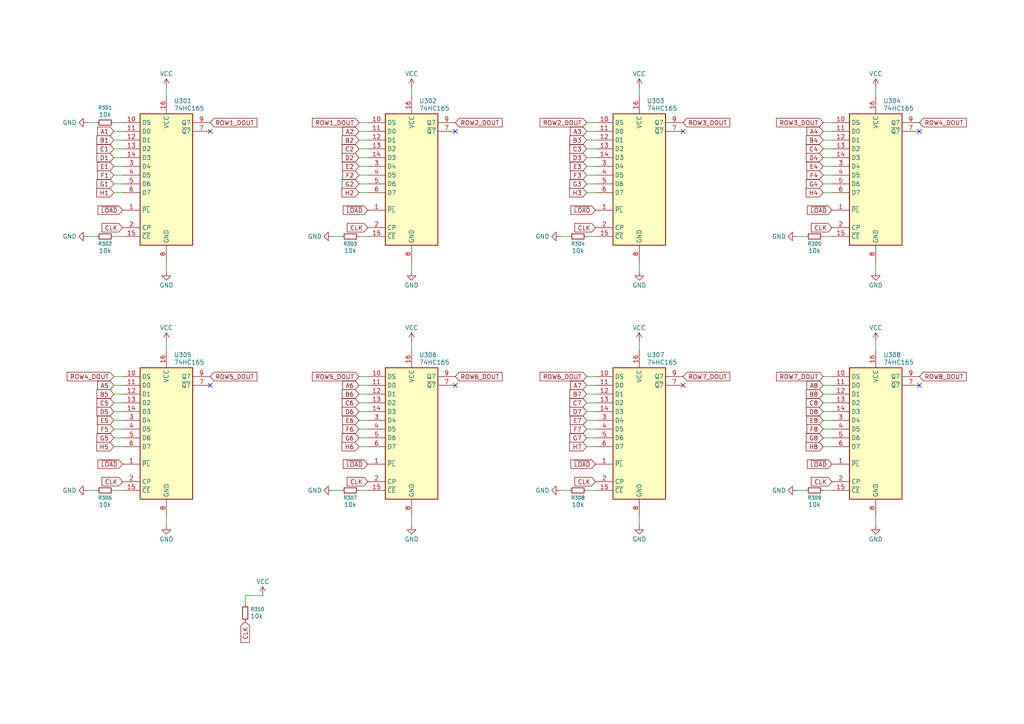
<source format=kicad_sch>
(kicad_sch (version 20250114) (generator "eeschema") (generator_version "9.0")
  (paper "A4")
  (lib_symbols
    (symbol "74xx:74HC165"
      (property "Reference" "U" (at -7.62 19.05 0))
      (property "Value" "74HC165" (at -7.62 -21.59 0))
      (symbol "74HC165_1_0"
        (pin input line (at -12.7 15.24 0) (length 5.08) (name "DS") (number "10"))
        (pin input line (at -12.7 12.7 0) (length 5.08) (name "D0") (number "11"))
        (pin input line (at -12.7 10.16 0) (length 5.08) (name "D1") (number "12"))
        (pin input line (at -12.7 7.62 0) (length 5.08) (name "D2") (number "13"))
        (pin input line (at -12.7 5.08 0) (length 5.08) (name "D3") (number "14"))
        (pin input line (at -12.7 2.54 0) (length 5.08) (name "D4") (number "3"))
        (pin input line (at -12.7 0 0) (length 5.08) (name "D5") (number "4"))
        (pin input line (at -12.7 -2.54 0) (length 5.08) (name "D6") (number "5"))
        (pin input line (at -12.7 -5.08 0) (length 5.08) (name "D7") (number "6"))
        (pin input line (at -12.7 -10.16 0) (length 5.08) (name "~{PL}") (number "1"))
        (pin input line (at -12.7 -15.24 0) (length 5.08) (name "CP") (number "2"))
        (pin input line (at -12.7 -17.78 0) (length 5.08) (name "~{CE}") (number "15"))
        (pin power_in line (at 0 22.86 270) (length 5.08) (name "VCC") (number "16"))
        (pin power_in line (at 0 -25.4 90) (length 5.08) (name "GND") (number "8"))
        (pin output line (at 12.7 15.24 180) (length 5.08) (name "Q7") (number "9"))
        (pin output line (at 12.7 12.7 180) (length 5.08) (name "~{Q7}") (number "7"))
      )
      (symbol "74HC165_1_1"
        (rectangle (start -7.62 17.78) (end 7.62 -20.32) (stroke (width 0.254)) (fill (type background)))
      )
    )
    (symbol "Device:R_Small" (pin_numbers (hide yes)) (pin_names (offset 0.254) (hide yes))
      (property "Reference" "R" (at 0 0 90))
      (property "Value" "R_Small" (at 1.778 0 90))
      (symbol "R_Small_0_1"
        (rectangle (start -0.762 1.778) (end 0.762 -1.778) (stroke (width 0.2032)))
      )
      (symbol "R_Small_1_1"
        (pin passive line (at 0 2.54 270) (length 0.762) (name "~") (number "1"))
        (pin passive line (at 0 -2.54 90) (length 0.762) (name "~") (number "2"))
      )
    )
    (symbol "power:GND" (power) (pin_numbers (hide yes)) (pin_names (offset 0) (hide yes))
      (property "Value" "GND" (at 0 -3.81 0))
      (symbol "GND_0_1"
        (polyline (pts (xy 0 0) (xy 0 -1.27) (xy 1.27 -1.27) (xy 0 -2.54) (xy -1.27 -1.27) (xy 0 -1.27)))
      )
      (symbol "GND_1_1"
        (pin power_in line (at 0 0 270) (length 0) (name "~") (number "1"))
      )
    )
    (symbol "power:VCC" (power) (pin_numbers (hide yes)) (pin_names (offset 0) (hide yes))
      (property "Value" "VCC" (at 0 3.556 0))
      (symbol "VCC_0_1"
        (polyline (pts (xy -0.762 1.27) (xy 0 2.54)))
        (polyline (pts (xy 0 2.54) (xy 0.762 1.27)))
        (polyline (pts (xy 0 0) (xy 0 2.54)))
      )
      (symbol "VCC_1_1"
        (pin power_in line (at 0 0 90) (length 0) (name "~") (number "1"))
      )
    )
  )
  (no_connect (at 132.08 111.76))
  (no_connect (at 266.7 38.1))
  (no_connect (at 198.12 111.76))
  (no_connect (at 266.7 111.76))
  (no_connect (at 60.96 111.76))
  (no_connect (at 198.12 38.1))
  (no_connect (at 60.96 38.1))
  (no_connect (at 132.08 38.1))
  (wire (pts (xy 33.02 53.34) (xy 35.56 53.34)))
  (wire (pts (xy 104.14 53.34) (xy 106.68 53.34)))
  (wire (pts (xy 170.18 116.84) (xy 172.72 116.84)))
  (wire (pts (xy 48.26 25.4) (xy 48.26 27.94)))
  (wire (pts (xy 170.18 35.56) (xy 172.72 35.56)))
  (wire (pts (xy 185.42 25.4) (xy 185.42 27.94)))
  (wire (pts (xy 33.02 35.56) (xy 35.56 35.56)))
  (wire (pts (xy 33.02 40.64) (xy 35.56 40.64)))
  (wire (pts (xy 238.76 124.46) (xy 241.3 124.46)))
  (wire (pts (xy 238.76 121.92) (xy 241.3 121.92)))
  (wire (pts (xy 238.76 116.84) (xy 241.3 116.84)))
  (wire (pts (xy 170.18 43.18) (xy 172.72 43.18)))
  (wire (pts (xy 96.52 68.58) (xy 99.06 68.58)))
  (wire (pts (xy 170.18 40.64) (xy 172.72 40.64)))
  (wire (pts (xy 238.76 35.56) (xy 241.3 35.56)))
  (wire (pts (xy 33.02 45.72) (xy 35.56 45.72)))
  (wire (pts (xy 254 76.2) (xy 254 78.74)))
  (wire (pts (xy 170.18 55.88) (xy 172.72 55.88)))
  (wire (pts (xy 33.02 121.92) (xy 35.56 121.92)))
  (wire (pts (xy 48.26 99.06) (xy 48.26 101.6)))
  (wire (pts (xy 71.12 172.72) (xy 76.2 172.72)))
  (wire (pts (xy 104.14 48.26) (xy 106.68 48.26)))
  (wire (pts (xy 48.26 76.2) (xy 48.26 78.74)))
  (wire (pts (xy 104.14 40.64) (xy 106.68 40.64)))
  (wire (pts (xy 33.02 68.58) (xy 35.56 68.58)))
  (wire (pts (xy 33.02 43.18) (xy 35.56 43.18)))
  (wire (pts (xy 119.38 76.2) (xy 119.38 78.74)))
  (wire (pts (xy 104.14 129.54) (xy 106.68 129.54)))
  (wire (pts (xy 33.02 142.24) (xy 35.56 142.24)))
  (wire (pts (xy 238.76 53.34) (xy 241.3 53.34)))
  (wire (pts (xy 33.02 127) (xy 35.56 127)))
  (wire (pts (xy 104.14 109.22) (xy 106.68 109.22)))
  (wire (pts (xy 104.14 45.72) (xy 106.68 45.72)))
  (wire (pts (xy 104.14 121.92) (xy 106.68 121.92)))
  (wire (pts (xy 238.76 142.24) (xy 241.3 142.24)))
  (wire (pts (xy 231.14 142.24) (xy 233.68 142.24)))
  (wire (pts (xy 162.56 68.58) (xy 165.1 68.58)))
  (wire (pts (xy 104.14 68.58) (xy 106.68 68.58)))
  (wire (pts (xy 231.14 68.58) (xy 233.68 68.58)))
  (wire (pts (xy 33.02 111.76) (xy 35.56 111.76)))
  (wire (pts (xy 185.42 99.06) (xy 185.42 101.6)))
  (wire (pts (xy 25.4 142.24) (xy 27.94 142.24)))
  (wire (pts (xy 170.18 142.24) (xy 172.72 142.24)))
  (wire (pts (xy 170.18 121.92) (xy 172.72 121.92)))
  (wire (pts (xy 170.18 45.72) (xy 172.72 45.72)))
  (wire (pts (xy 238.76 119.38) (xy 241.3 119.38)))
  (wire (pts (xy 238.76 127) (xy 241.3 127)))
  (wire (pts (xy 104.14 114.3) (xy 106.68 114.3)))
  (wire (pts (xy 254 149.86) (xy 254 152.4)))
  (wire (pts (xy 104.14 119.38) (xy 106.68 119.38)))
  (wire (pts (xy 119.38 99.06) (xy 119.38 101.6)))
  (wire (pts (xy 33.02 114.3) (xy 35.56 114.3)))
  (wire (pts (xy 254 25.4) (xy 254 27.94)))
  (wire (pts (xy 238.76 111.76) (xy 241.3 111.76)))
  (wire (pts (xy 238.76 50.8) (xy 241.3 50.8)))
  (wire (pts (xy 104.14 43.18) (xy 106.68 43.18)))
  (wire (pts (xy 33.02 119.38) (xy 35.56 119.38)))
  (wire (pts (xy 238.76 129.54) (xy 241.3 129.54)))
  (wire (pts (xy 170.18 111.76) (xy 172.72 111.76)))
  (wire (pts (xy 104.14 111.76) (xy 106.68 111.76)))
  (wire (pts (xy 71.12 175.26) (xy 71.12 172.72)))
  (wire (pts (xy 104.14 55.88) (xy 106.68 55.88)))
  (wire (pts (xy 119.38 149.86) (xy 119.38 152.4)))
  (wire (pts (xy 170.18 68.58) (xy 172.72 68.58)))
  (wire (pts (xy 104.14 38.1) (xy 106.68 38.1)))
  (wire (pts (xy 104.14 142.24) (xy 106.68 142.24)))
  (wire (pts (xy 33.02 109.22) (xy 35.56 109.22)))
  (wire (pts (xy 170.18 114.3) (xy 172.72 114.3)))
  (wire (pts (xy 170.18 109.22) (xy 172.72 109.22)))
  (wire (pts (xy 185.42 76.2) (xy 185.42 78.74)))
  (wire (pts (xy 238.76 55.88) (xy 241.3 55.88)))
  (wire (pts (xy 33.02 116.84) (xy 35.56 116.84)))
  (wire (pts (xy 104.14 127) (xy 106.68 127)))
  (wire (pts (xy 33.02 50.8) (xy 35.56 50.8)))
  (wire (pts (xy 96.52 142.24) (xy 99.06 142.24)))
  (wire (pts (xy 170.18 127) (xy 172.72 127)))
  (wire (pts (xy 254 99.06) (xy 254 101.6)))
  (wire (pts (xy 33.02 124.46) (xy 35.56 124.46)))
  (wire (pts (xy 170.18 50.8) (xy 172.72 50.8)))
  (wire (pts (xy 25.4 68.58) (xy 27.94 68.58)))
  (wire (pts (xy 25.4 35.56) (xy 27.94 35.56)))
  (wire (pts (xy 33.02 55.88) (xy 35.56 55.88)))
  (wire (pts (xy 170.18 38.1) (xy 172.72 38.1)))
  (wire (pts (xy 238.76 40.64) (xy 241.3 40.64)))
  (wire (pts (xy 238.76 38.1) (xy 241.3 38.1)))
  (wire (pts (xy 238.76 68.58) (xy 241.3 68.58)))
  (wire (pts (xy 104.14 50.8) (xy 106.68 50.8)))
  (wire (pts (xy 162.56 142.24) (xy 165.1 142.24)))
  (wire (pts (xy 170.18 129.54) (xy 172.72 129.54)))
  (wire (pts (xy 33.02 38.1) (xy 35.56 38.1)))
  (wire (pts (xy 170.18 48.26) (xy 172.72 48.26)))
  (wire (pts (xy 104.14 124.46) (xy 106.68 124.46)))
  (wire (pts (xy 170.18 53.34) (xy 172.72 53.34)))
  (wire (pts (xy 170.18 124.46) (xy 172.72 124.46)))
  (wire (pts (xy 238.76 45.72) (xy 241.3 45.72)))
  (wire (pts (xy 104.14 35.56) (xy 106.68 35.56)))
  (wire (pts (xy 119.38 25.4) (xy 119.38 27.94)))
  (wire (pts (xy 238.76 109.22) (xy 241.3 109.22)))
  (wire (pts (xy 170.18 119.38) (xy 172.72 119.38)))
  (wire (pts (xy 185.42 149.86) (xy 185.42 152.4)))
  (wire (pts (xy 104.14 116.84) (xy 106.68 116.84)))
  (wire (pts (xy 48.26 149.86) (xy 48.26 152.4)))
  (wire (pts (xy 33.02 48.26) (xy 35.56 48.26)))
  (wire (pts (xy 238.76 43.18) (xy 241.3 43.18)))
  (wire (pts (xy 238.76 114.3) (xy 241.3 114.3)))
  (wire (pts (xy 238.76 48.26) (xy 241.3 48.26)))
  (wire (pts (xy 33.02 129.54) (xy 35.56 129.54)))
  (global_label "D2" (shape input) (at 104.14 45.72 180) (property "Intersheetrefs" "${INTERSHEET_REFS}" (effects (hide yes))))
  (global_label "F7" (shape input) (at 170.18 124.46 180) (property "Intersheetrefs" "${INTERSHEET_REFS}" (effects (hide yes))))
  (global_label "ROW6_DOUT" (shape input) (at 170.18 109.22 180) (property "Intersheetrefs" "${INTERSHEET_REFS}" (effects (hide yes))))
  (global_label "G3" (shape input) (at 170.18 53.34 180) (property "Intersheetrefs" "${INTERSHEET_REFS}" (effects (hide yes))))
  (global_label "ROW3_DOUT" (shape input) (at 198.12 35.56 0) (property "Intersheetrefs" "${INTERSHEET_REFS}" (effects (hide yes))))
  (global_label "C2" (shape input) (at 104.14 43.18 180) (property "Intersheetrefs" "${INTERSHEET_REFS}" (effects (hide yes))))
  (global_label "E4" (shape input) (at 238.76 48.26 180) (property "Intersheetrefs" "${INTERSHEET_REFS}" (effects (hide yes))))
  (global_label "A7" (shape input) (at 170.18 111.76 180) (property "Intersheetrefs" "${INTERSHEET_REFS}" (effects (hide yes))))
  (global_label "D4" (shape input) (at 238.76 45.72 180) (property "Intersheetrefs" "${INTERSHEET_REFS}" (effects (hide yes))))
  (global_label "ROW5_DOUT" (shape input) (at 104.14 109.22 180) (property "Intersheetrefs" "${INTERSHEET_REFS}" (effects (hide yes))))
  (global_label "A4" (shape input) (at 238.76 38.1 180) (property "Intersheetrefs" "${INTERSHEET_REFS}" (effects (hide yes))))
  (global_label "ROW2_DOUT" (shape input) (at 132.08 35.56 0) (property "Intersheetrefs" "${INTERSHEET_REFS}" (effects (hide yes))))
  (global_label "H4" (shape input) (at 238.76 55.88 180) (property "Intersheetrefs" "${INTERSHEET_REFS}" (effects (hide yes))))
  (global_label "E1" (shape input) (at 33.02 48.26 180) (property "Intersheetrefs" "${INTERSHEET_REFS}" (effects (hide yes))))
  (global_label "CLK" (shape input) (at 106.68 66.04 180) (property "Intersheetrefs" "${INTERSHEET_REFS}" (effects (hide yes))))
  (global_label "ROW7_DOUT" (shape input) (at 198.12 109.22 0) (property "Intersheetrefs" "${INTERSHEET_REFS}" (effects (hide yes))))
  (global_label "CLK" (shape input) (at 241.3 66.04 180) (property "Intersheetrefs" "${INTERSHEET_REFS}" (effects (hide yes))))
  (global_label "A8" (shape input) (at 238.76 111.76 180) (property "Intersheetrefs" "${INTERSHEET_REFS}" (effects (hide yes))))
  (global_label "CLK" (shape input) (at 172.72 66.04 180) (property "Intersheetrefs" "${INTERSHEET_REFS}" (effects (hide yes))))
  (global_label "E6" (shape input) (at 104.14 121.92 180) (property "Intersheetrefs" "${INTERSHEET_REFS}" (effects (hide yes))))
  (global_label "E8" (shape input) (at 238.76 121.92 180) (property "Intersheetrefs" "${INTERSHEET_REFS}" (effects (hide yes))))
  (global_label "D6" (shape input) (at 104.14 119.38 180) (property "Intersheetrefs" "${INTERSHEET_REFS}" (effects (hide yes))))
  (global_label "~{LOAD}" (shape input) (at 241.3 134.62 180) (property "Intersheetrefs" "${INTERSHEET_REFS}" (effects (hide yes))))
  (global_label "ROW8_DOUT" (shape input) (at 266.7 109.22 0) (property "Intersheetrefs" "${INTERSHEET_REFS}" (effects (hide yes))))
  (global_label "ROW3_DOUT" (shape input) (at 238.76 35.56 180) (property "Intersheetrefs" "${INTERSHEET_REFS}" (effects (hide yes))))
  (global_label "CLK" (shape input) (at 35.56 139.7 180) (property "Intersheetrefs" "${INTERSHEET_REFS}" (effects (hide yes))))
  (global_label "B8" (shape input) (at 238.76 114.3 180) (property "Intersheetrefs" "${INTERSHEET_REFS}" (effects (hide yes))))
  (global_label "B6" (shape input) (at 104.14 114.3 180) (property "Intersheetrefs" "${INTERSHEET_REFS}" (effects (hide yes))))
  (global_label "ROW4_DOUT" (shape input) (at 33.02 109.22 180) (property "Intersheetrefs" "${INTERSHEET_REFS}" (effects (hide yes))))
  (global_label "E2" (shape input) (at 104.14 48.26 180) (property "Intersheetrefs" "${INTERSHEET_REFS}" (effects (hide yes))))
  (global_label "D3" (shape input) (at 170.18 45.72 180) (property "Intersheetrefs" "${INTERSHEET_REFS}" (effects (hide yes))))
  (global_label "A5" (shape input) (at 33.02 111.76 180) (property "Intersheetrefs" "${INTERSHEET_REFS}" (effects (hide yes))))
  (global_label "~{LOAD}" (shape input) (at 35.56 60.96 180) (property "Intersheetrefs" "${INTERSHEET_REFS}" (effects (hide yes))))
  (global_label "F2" (shape input) (at 104.14 50.8 180) (property "Intersheetrefs" "${INTERSHEET_REFS}" (effects (hide yes))))
  (global_label "B3" (shape input) (at 170.18 40.64 180) (property "Intersheetrefs" "${INTERSHEET_REFS}" (effects (hide yes))))
  (global_label "G6" (shape input) (at 104.14 127 180) (property "Intersheetrefs" "${INTERSHEET_REFS}" (effects (hide yes))))
  (global_label "~{LOAD}" (shape input) (at 241.3 60.96 180) (property "Intersheetrefs" "${INTERSHEET_REFS}" (effects (hide yes))))
  (global_label "CLK" (shape input) (at 106.68 139.7 180) (property "Intersheetrefs" "${INTERSHEET_REFS}" (effects (hide yes))))
  (global_label "F5" (shape input) (at 33.02 124.46 180) (property "Intersheetrefs" "${INTERSHEET_REFS}" (effects (hide yes))))
  (global_label "B7" (shape input) (at 170.18 114.3 180) (property "Intersheetrefs" "${INTERSHEET_REFS}" (effects (hide yes))))
  (global_label "C4" (shape input) (at 238.76 43.18 180) (property "Intersheetrefs" "${INTERSHEET_REFS}" (effects (hide yes))))
  (global_label "F3" (shape input) (at 170.18 50.8 180) (property "Intersheetrefs" "${INTERSHEET_REFS}" (effects (hide yes))))
  (global_label "ROW2_DOUT" (shape input) (at 170.18 35.56 180) (property "Intersheetrefs" "${INTERSHEET_REFS}" (effects (hide yes))))
  (global_label "E3" (shape input) (at 170.18 48.26 180) (property "Intersheetrefs" "${INTERSHEET_REFS}" (effects (hide yes))))
  (global_label "E5" (shape input) (at 33.02 121.92 180) (property "Intersheetrefs" "${INTERSHEET_REFS}" (effects (hide yes))))
  (global_label "A3" (shape input) (at 170.18 38.1 180) (property "Intersheetrefs" "${INTERSHEET_REFS}" (effects (hide yes))))
  (global_label "ROW4_DOUT" (shape input) (at 266.7 35.56 0) (property "Intersheetrefs" "${INTERSHEET_REFS}" (effects (hide yes))))
  (global_label "G1" (shape input) (at 33.02 53.34 180) (property "Intersheetrefs" "${INTERSHEET_REFS}" (effects (hide yes))))
  (global_label "H8" (shape input) (at 238.76 129.54 180) (property "Intersheetrefs" "${INTERSHEET_REFS}" (effects (hide yes))))
  (global_label "D1" (shape input) (at 33.02 45.72 180) (property "Intersheetrefs" "${INTERSHEET_REFS}" (effects (hide yes))))
  (global_label "C1" (shape input) (at 33.02 43.18 180) (property "Intersheetrefs" "${INTERSHEET_REFS}" (effects (hide yes))))
  (global_label "ROW1_DOUT" (shape input) (at 104.14 35.56 180) (property "Intersheetrefs" "${INTERSHEET_REFS}" (effects (hide yes))))
  (global_label "C5" (shape input) (at 33.02 116.84 180) (property "Intersheetrefs" "${INTERSHEET_REFS}" (effects (hide yes))))
  (global_label "B5" (shape input) (at 33.02 114.3 180) (property "Intersheetrefs" "${INTERSHEET_REFS}" (effects (hide yes))))
  (global_label "D7" (shape input) (at 170.18 119.38 180) (property "Intersheetrefs" "${INTERSHEET_REFS}" (effects (hide yes))))
  (global_label "CLK" (shape input) (at 241.3 139.7 180) (property "Intersheetrefs" "${INTERSHEET_REFS}" (effects (hide yes))))
  (global_label "ROW7_DOUT" (shape input) (at 238.76 109.22 180) (property "Intersheetrefs" "${INTERSHEET_REFS}" (effects (hide yes))))
  (global_label "A6" (shape input) (at 104.14 111.76 180) (property "Intersheetrefs" "${INTERSHEET_REFS}" (effects (hide yes))))
  (global_label "F6" (shape input) (at 104.14 124.46 180) (property "Intersheetrefs" "${INTERSHEET_REFS}" (effects (hide yes))))
  (global_label "C7" (shape input) (at 170.18 116.84 180) (property "Intersheetrefs" "${INTERSHEET_REFS}" (effects (hide yes))))
  (global_label "G2" (shape input) (at 104.14 53.34 180) (property "Intersheetrefs" "${INTERSHEET_REFS}" (effects (hide yes))))
  (global_label "H2" (shape input) (at 104.14 55.88 180) (property "Intersheetrefs" "${INTERSHEET_REFS}" (effects (hide yes))))
  (global_label "D5" (shape input) (at 33.02 119.38 180) (property "Intersheetrefs" "${INTERSHEET_REFS}" (effects (hide yes))))
  (global_label "B2" (shape input) (at 104.14 40.64 180) (property "Intersheetrefs" "${INTERSHEET_REFS}" (effects (hide yes))))
  (global_label "CLK" (shape input) (at 71.12 180.34 270) (property "Intersheetrefs" "${INTERSHEET_REFS}" (effects (hide yes))))
  (global_label "G4" (shape input) (at 238.76 53.34 180) (property "Intersheetrefs" "${INTERSHEET_REFS}" (effects (hide yes))))
  (global_label "H5" (shape input) (at 33.02 129.54 180) (property "Intersheetrefs" "${INTERSHEET_REFS}" (effects (hide yes))))
  (global_label "C3" (shape input) (at 170.18 43.18 180) (property "Intersheetrefs" "${INTERSHEET_REFS}" (effects (hide yes))))
  (global_label "H7" (shape input) (at 170.18 129.54 180) (property "Intersheetrefs" "${INTERSHEET_REFS}" (effects (hide yes))))
  (global_label "C8" (shape input) (at 238.76 116.84 180) (property "Intersheetrefs" "${INTERSHEET_REFS}" (effects (hide yes))))
  (global_label "A1" (shape input) (at 33.02 38.1 180) (property "Intersheetrefs" "${INTERSHEET_REFS}" (effects (hide yes))))
  (global_label "~{LOAD}" (shape input) (at 106.68 60.96 180) (property "Intersheetrefs" "${INTERSHEET_REFS}" (effects (hide yes))))
  (global_label "ROW5_DOUT" (shape input) (at 60.96 109.22 0) (property "Intersheetrefs" "${INTERSHEET_REFS}" (effects (hide yes))))
  (global_label "H1" (shape input) (at 33.02 55.88 180) (property "Intersheetrefs" "${INTERSHEET_REFS}" (effects (hide yes))))
  (global_label "CLK" (shape input) (at 172.72 139.7 180) (property "Intersheetrefs" "${INTERSHEET_REFS}" (effects (hide yes))))
  (global_label "H6" (shape input) (at 104.14 129.54 180) (property "Intersheetrefs" "${INTERSHEET_REFS}" (effects (hide yes))))
  (global_label "F1" (shape input) (at 33.02 50.8 180) (property "Intersheetrefs" "${INTERSHEET_REFS}" (effects (hide yes))))
  (global_label "G8" (shape input) (at 238.76 127 180) (property "Intersheetrefs" "${INTERSHEET_REFS}" (effects (hide yes))))
  (global_label "D8" (shape input) (at 238.76 119.38 180) (property "Intersheetrefs" "${INTERSHEET_REFS}" (effects (hide yes))))
  (global_label "~{LOAD}" (shape input) (at 172.72 134.62 180) (property "Intersheetrefs" "${INTERSHEET_REFS}" (effects (hide yes))))
  (global_label "CLK" (shape input) (at 35.56 66.04 180) (property "Intersheetrefs" "${INTERSHEET_REFS}" (effects (hide yes))))
  (global_label "B1" (shape input) (at 33.02 40.64 180) (property "Intersheetrefs" "${INTERSHEET_REFS}" (effects (hide yes))))
  (global_label "H3" (shape input) (at 170.18 55.88 180) (property "Intersheetrefs" "${INTERSHEET_REFS}" (effects (hide yes))))
  (global_label "ROW6_DOUT" (shape input) (at 132.08 109.22 0) (property "Intersheetrefs" "${INTERSHEET_REFS}" (effects (hide yes))))
  (global_label "F4" (shape input) (at 238.76 50.8 180) (property "Intersheetrefs" "${INTERSHEET_REFS}" (effects (hide yes))))
  (global_label "B4" (shape input) (at 238.76 40.64 180) (property "Intersheetrefs" "${INTERSHEET_REFS}" (effects (hide yes))))
  (global_label "~{LOAD}" (shape input) (at 106.68 134.62 180) (property "Intersheetrefs" "${INTERSHEET_REFS}" (effects (hide yes))))
  (global_label "ROW1_DOUT" (shape input) (at 60.96 35.56 0) (property "Intersheetrefs" "${INTERSHEET_REFS}" (effects (hide yes))))
  (global_label "~{LOAD}" (shape input) (at 35.56 134.62 180) (property "Intersheetrefs" "${INTERSHEET_REFS}" (effects (hide yes))))
  (global_label "G7" (shape input) (at 170.18 127 180) (property "Intersheetrefs" "${INTERSHEET_REFS}" (effects (hide yes))))
  (global_label "F8" (shape input) (at 238.76 124.46 180) (property "Intersheetrefs" "${INTERSHEET_REFS}" (effects (hide yes))))
  (global_label "E7" (shape input) (at 170.18 121.92 180) (property "Intersheetrefs" "${INTERSHEET_REFS}" (effects (hide yes))))
  (global_label "C6" (shape input) (at 104.14 116.84 180) (property "Intersheetrefs" "${INTERSHEET_REFS}" (effects (hide yes))))
  (global_label "~{LOAD}" (shape input) (at 172.72 60.96 180) (property "Intersheetrefs" "${INTERSHEET_REFS}" (effects (hide yes))))
  (global_label "G5" (shape input) (at 33.02 127 180) (property "Intersheetrefs" "${INTERSHEET_REFS}" (effects (hide yes))))
  (global_label "A2" (shape input) (at 104.14 38.1 180) (property "Intersheetrefs" "${INTERSHEET_REFS}" (effects (hide yes))))
  (symbol (lib_id "Device:R_Small") (at 30.48 142.24 90) (unit 1)
    (property "Reference" "R306" (at 30.48 144.3877 90) (effects (font (size 1.016 1.016))))
    (property "Value" "10k" (at 30.48 146.3722 90))
    (property "Footprint" "Resistor_SMD:R_1206_3216Metric_Pad1.30x1.75mm_HandSolder" (effects (hide yes)))
    (property "Description" "Resistor, small symbol" (effects (hide yes)))
  )
  (symbol (lib_id "Device:R_Small") (at 71.12 177.8 0) (unit 1)
    (property "Reference" "R310" (at 72.6186 176.7186 0) (effects (font (size 1.016 1.016)) (justify left)))
    (property "Value" "10k" (at 72.6186 178.7031 0) (effects (justify left)))
    (property "Footprint" "Resistor_SMD:R_1206_3216Metric_Pad1.30x1.75mm_HandSolder" (effects (hide yes)))
    (property "Description" "Resistor, small symbol" (effects (hide yes)))
  )
  (symbol (lib_id "power:GND") (at 162.56 68.58 270) (unit 1)
    (property "Reference" "#PWR0308" (effects (hide yes)))
    (property "Value" "GND" (at 159.385 68.58 90) (effects (justify right)))
    (property "Description" "Power symbol creates a global label with name \"GND\" , ground" (effects (hide yes)))
  )
  (symbol (lib_id "power:GND") (at 185.42 152.4 0) (unit 1)
    (property "Reference" "#PWR0322" (effects (hide yes)))
    (property "Value" "GND" (at 185.42 156.4023 0))
    (property "Description" "Power symbol creates a global label with name \"GND\" , ground" (effects (hide yes)))
  )
  (symbol (lib_id "74xx:74HC165") (at 48.26 124.46 0) (unit 1)
    (property "Reference" "U305" (at 50.4209 102.9279 0) (effects (justify left)))
    (property "Value" "74HC165" (at 50.4209 105.0906 0) (effects (justify left)))
    (property "Footprint" "Package_SO:SOIC-16_3.9x9.9mm_P1.27mm" (effects (hide yes)))
    (property "Datasheet" "https://assets.nexperia.com/documents/data-sheet/74HC_HCT165.pdf" (effects (hide yes)))
    (property "Description" "Shift Register, 8-bit, Parallel Load" (effects (hide yes)))
  )
  (symbol (lib_id "74xx:74HC165") (at 119.38 124.46 0) (unit 1)
    (property "Reference" "U306" (at 121.5409 102.9279 0) (effects (justify left)))
    (property "Value" "74HC165" (at 121.5409 105.0906 0) (effects (justify left)))
    (property "Footprint" "Package_SO:SOIC-16_3.9x9.9mm_P1.27mm" (effects (hide yes)))
    (property "Datasheet" "https://assets.nexperia.com/documents/data-sheet/74HC_HCT165.pdf" (effects (hide yes)))
    (property "Description" "Shift Register, 8-bit, Parallel Load" (effects (hide yes)))
  )
  (symbol (lib_id "power:GND") (at 119.38 78.74 0) (unit 1)
    (property "Reference" "#PWR0307" (effects (hide yes)))
    (property "Value" "GND" (at 119.38 82.7423 0))
    (property "Description" "Power symbol creates a global label with name \"GND\" , ground" (effects (hide yes)))
  )
  (symbol (lib_id "power:VCC") (at 119.38 99.06 0) (unit 1)
    (property "Reference" "#PWR0318" (effects (hide yes)))
    (property "Value" "VCC" (at 119.38 95.0577 0))
    (property "Description" "Power symbol creates a global label with name \"VCC\"" (effects (hide yes)))
  )
  (symbol (lib_id "power:GND") (at 25.4 142.24 270) (unit 1)
    (property "Reference" "#PWR0314" (effects (hide yes)))
    (property "Value" "GND" (at 22.225 142.24 90) (effects (justify right)))
    (property "Description" "Power symbol creates a global label with name \"GND\" , ground" (effects (hide yes)))
  )
  (symbol (lib_id "power:GND") (at 48.26 78.74 0) (unit 1)
    (property "Reference" "#PWR0304" (effects (hide yes)))
    (property "Value" "GND" (at 48.26 82.7423 0))
    (property "Description" "Power symbol creates a global label with name \"GND\" , ground" (effects (hide yes)))
  )
  (symbol (lib_id "power:GND") (at 25.4 35.56 270) (unit 1)
    (property "Reference" "#PWR0301" (effects (hide yes)))
    (property "Value" "GND" (at 22.225 35.56 90) (effects (justify right)))
    (property "Description" "Power symbol creates a global label with name \"GND\" , ground" (effects (hide yes)))
  )
  (symbol (lib_id "power:GND") (at 96.52 142.24 270) (unit 1)
    (property "Reference" "#PWR0317" (effects (hide yes)))
    (property "Value" "GND" (at 93.345 142.24 90) (effects (justify right)))
    (property "Description" "Power symbol creates a global label with name \"GND\" , ground" (effects (hide yes)))
  )
  (symbol (lib_id "74xx:74HC165") (at 185.42 124.46 0) (unit 1)
    (property "Reference" "U307" (at 187.5809 102.9279 0) (effects (justify left)))
    (property "Value" "74HC165" (at 187.5809 105.0906 0) (effects (justify left)))
    (property "Footprint" "Package_SO:SOIC-16_3.9x9.9mm_P1.27mm" (effects (hide yes)))
    (property "Datasheet" "https://assets.nexperia.com/documents/data-sheet/74HC_HCT165.pdf" (effects (hide yes)))
    (property "Description" "Shift Register, 8-bit, Parallel Load" (effects (hide yes)))
  )
  (symbol (lib_id "power:GND") (at 254 78.74 0) (unit 1)
    (property "Reference" "#PWR0313" (effects (hide yes)))
    (property "Value" "GND" (at 254 82.7423 0))
    (property "Description" "Power symbol creates a global label with name \"GND\" , ground" (effects (hide yes)))
  )
  (symbol (lib_id "Device:R_Small") (at 101.6 68.58 90) (unit 1)
    (property "Reference" "R303" (at 101.6 70.7277 90) (effects (font (size 1.016 1.016))))
    (property "Value" "10k" (at 101.6 72.7122 90))
    (property "Footprint" "Resistor_SMD:R_1206_3216Metric_Pad1.30x1.75mm_HandSolder" (effects (hide yes)))
    (property "Description" "Resistor, small symbol" (effects (hide yes)))
  )
  (symbol (lib_id "power:VCC") (at 48.26 99.06 0) (unit 1)
    (property "Reference" "#PWR0315" (effects (hide yes)))
    (property "Value" "VCC" (at 48.26 95.0577 0))
    (property "Description" "Power symbol creates a global label with name \"VCC\"" (effects (hide yes)))
  )
  (symbol (lib_id "74xx:74HC165") (at 185.42 50.8 0) (unit 1)
    (property "Reference" "U303" (at 187.5809 29.2679 0) (effects (justify left)))
    (property "Value" "74HC165" (at 187.5809 31.4306 0) (effects (justify left)))
    (property "Footprint" "Package_SO:SOIC-16_3.9x9.9mm_P1.27mm" (effects (hide yes)))
    (property "Datasheet" "https://assets.nexperia.com/documents/data-sheet/74HC_HCT165.pdf" (effects (hide yes)))
    (property "Description" "Shift Register, 8-bit, Parallel Load" (effects (hide yes)))
  )
  (symbol (lib_id "power:GND") (at 185.42 78.74 0) (unit 1)
    (property "Reference" "#PWR0310" (effects (hide yes)))
    (property "Value" "GND" (at 185.42 82.7423 0))
    (property "Description" "Power symbol creates a global label with name \"GND\" , ground" (effects (hide yes)))
  )
  (symbol (lib_id "74xx:74HC165") (at 254 50.8 0) (unit 1)
    (property "Reference" "U304" (at 256.1609 29.2679 0) (effects (justify left)))
    (property "Value" "74HC165" (at 256.1609 31.4306 0) (effects (justify left)))
    (property "Footprint" "Package_SO:SOIC-16_3.9x9.9mm_P1.27mm" (effects (hide yes)))
    (property "Datasheet" "https://assets.nexperia.com/documents/data-sheet/74HC_HCT165.pdf" (effects (hide yes)))
    (property "Description" "Shift Register, 8-bit, Parallel Load" (effects (hide yes)))
  )
  (symbol (lib_id "power:VCC") (at 185.42 99.06 0) (unit 1)
    (property "Reference" "#PWR0321" (effects (hide yes)))
    (property "Value" "VCC" (at 185.42 95.0577 0))
    (property "Description" "Power symbol creates a global label with name \"VCC\"" (effects (hide yes)))
  )
  (symbol (lib_id "Device:R_Small") (at 236.22 142.24 90) (unit 1)
    (property "Reference" "R309" (at 236.22 144.3877 90) (effects (font (size 1.016 1.016))))
    (property "Value" "10k" (at 236.22 146.3722 90))
    (property "Footprint" "Resistor_SMD:R_1206_3216Metric_Pad1.30x1.75mm_HandSolder" (effects (hide yes)))
    (property "Description" "Resistor, small symbol" (effects (hide yes)))
  )
  (symbol (lib_id "Device:R_Small") (at 30.48 68.58 90) (unit 1)
    (property "Reference" "R302" (at 30.48 70.7277 90) (effects (font (size 1.016 1.016))))
    (property "Value" "10k" (at 30.48 72.7122 90))
    (property "Footprint" "Resistor_SMD:R_1206_3216Metric_Pad1.30x1.75mm_HandSolder" (effects (hide yes)))
    (property "Description" "Resistor, small symbol" (effects (hide yes)))
  )
  (symbol (lib_id "power:GND") (at 96.52 68.58 270) (unit 1)
    (property "Reference" "#PWR0305" (effects (hide yes)))
    (property "Value" "GND" (at 93.345 68.58 90) (effects (justify right)))
    (property "Description" "Power symbol creates a global label with name \"GND\" , ground" (effects (hide yes)))
  )
  (symbol (lib_id "Device:R_Small") (at 101.6 142.24 90) (unit 1)
    (property "Reference" "R307" (at 101.6 144.3877 90) (effects (font (size 1.016 1.016))))
    (property "Value" "10k" (at 101.6 146.3722 90))
    (property "Footprint" "Resistor_SMD:R_1206_3216Metric_Pad1.30x1.75mm_HandSolder" (effects (hide yes)))
    (property "Description" "Resistor, small symbol" (effects (hide yes)))
  )
  (symbol (lib_id "Device:R_Small") (at 30.48 35.56 90) (unit 1)
    (property "Reference" "R301" (at 30.48 31.2495 90) (effects (font (size 1.016 1.016))))
    (property "Value" "10k" (at 30.48 33.234 90))
    (property "Footprint" "Resistor_SMD:R_1206_3216Metric_Pad1.30x1.75mm_HandSolder" (effects (hide yes)))
    (property "Description" "Resistor, small symbol" (effects (hide yes)))
  )
  (symbol (lib_id "Device:R_Small") (at 167.64 142.24 90) (unit 1)
    (property "Reference" "R308" (at 167.64 144.3877 90) (effects (font (size 1.016 1.016))))
    (property "Value" "10k" (at 167.64 146.3722 90))
    (property "Footprint" "Resistor_SMD:R_1206_3216Metric_Pad1.30x1.75mm_HandSolder" (effects (hide yes)))
    (property "Description" "Resistor, small symbol" (effects (hide yes)))
  )
  (symbol (lib_id "74xx:74HC165") (at 48.26 50.8 0) (unit 1)
    (property "Reference" "U301" (at 50.4209 29.2679 0) (effects (justify left)))
    (property "Value" "74HC165" (at 50.4209 31.4306 0) (effects (justify left)))
    (property "Footprint" "Package_SO:SOIC-16_3.9x9.9mm_P1.27mm" (effects (hide yes)))
    (property "Datasheet" "https://assets.nexperia.com/documents/data-sheet/74HC_HCT165.pdf" (effects (hide yes)))
    (property "Description" "Shift Register, 8-bit, Parallel Load" (effects (hide yes)))
  )
  (symbol (lib_id "Device:R_Small") (at 236.22 68.58 90) (unit 1)
    (property "Reference" "R305" (at 236.22 70.7277 90) (effects (font (size 1.016 1.016))))
    (property "Value" "10k" (at 236.22 72.7122 90))
    (property "Footprint" "Resistor_SMD:R_1206_3216Metric_Pad1.30x1.75mm_HandSolder" (effects (hide yes)))
    (property "Description" "Resistor, small symbol" (effects (hide yes)))
  )
  (symbol (lib_id "power:GND") (at 25.4 68.58 270) (unit 1)
    (property "Reference" "#PWR0302" (effects (hide yes)))
    (property "Value" "GND" (at 22.225 68.58 90) (effects (justify right)))
    (property "Description" "Power symbol creates a global label with name \"GND\" , ground" (effects (hide yes)))
  )
  (symbol (lib_id "power:GND") (at 231.14 142.24 270) (unit 1)
    (property "Reference" "#PWR0323" (effects (hide yes)))
    (property "Value" "GND" (at 227.965 142.24 90) (effects (justify right)))
    (property "Description" "Power symbol creates a global label with name \"GND\" , ground" (effects (hide yes)))
  )
  (symbol (lib_id "74xx:74HC165") (at 254 124.46 0) (unit 1)
    (property "Reference" "U308" (at 256.1609 102.9279 0) (effects (justify left)))
    (property "Value" "74HC165" (at 256.1609 105.0906 0) (effects (justify left)))
    (property "Footprint" "Package_SO:SOIC-16_3.9x9.9mm_P1.27mm" (effects (hide yes)))
    (property "Datasheet" "https://assets.nexperia.com/documents/data-sheet/74HC_HCT165.pdf" (effects (hide yes)))
    (property "Description" "Shift Register, 8-bit, Parallel Load" (effects (hide yes)))
  )
  (symbol (lib_id "power:VCC") (at 185.42 25.4 0) (unit 1)
    (property "Reference" "#PWR0309" (effects (hide yes)))
    (property "Value" "VCC" (at 185.42 21.3977 0))
    (property "Description" "Power symbol creates a global label with name \"VCC\"" (effects (hide yes)))
  )
  (symbol (lib_id "Device:R_Small") (at 167.64 68.58 90) (unit 1)
    (property "Reference" "R304" (at 167.64 70.7277 90) (effects (font (size 1.016 1.016))))
    (property "Value" "10k" (at 167.64 72.7122 90))
    (property "Footprint" "Resistor_SMD:R_1206_3216Metric_Pad1.30x1.75mm_HandSolder" (effects (hide yes)))
    (property "Description" "Resistor, small symbol" (effects (hide yes)))
  )
  (symbol (lib_id "power:VCC") (at 48.26 25.4 0) (unit 1)
    (property "Reference" "#PWR0303" (effects (hide yes)))
    (property "Value" "VCC" (at 48.26 21.3977 0))
    (property "Description" "Power symbol creates a global label with name \"VCC\"" (effects (hide yes)))
  )
  (symbol (lib_id "power:GND") (at 48.26 152.4 0) (unit 1)
    (property "Reference" "#PWR0316" (effects (hide yes)))
    (property "Value" "GND" (at 48.26 156.4023 0))
    (property "Description" "Power symbol creates a global label with name \"GND\" , ground" (effects (hide yes)))
  )
  (symbol (lib_id "power:VCC") (at 76.2 172.72 0) (unit 1)
    (property "Reference" "#PWR0326" (effects (hide yes)))
    (property "Value" "VCC" (at 76.2 168.7177 0))
    (property "Description" "Power symbol creates a global label with name \"VCC\"" (effects (hide yes)))
  )
  (symbol (lib_id "power:GND") (at 254 152.4 0) (unit 1)
    (property "Reference" "#PWR0325" (effects (hide yes)))
    (property "Value" "GND" (at 254 156.4023 0))
    (property "Description" "Power symbol creates a global label with name \"GND\" , ground" (effects (hide yes)))
  )
  (symbol (lib_id "power:GND") (at 119.38 152.4 0) (unit 1)
    (property "Reference" "#PWR0319" (effects (hide yes)))
    (property "Value" "GND" (at 119.38 156.4023 0))
    (property "Description" "Power symbol creates a global label with name \"GND\" , ground" (effects (hide yes)))
  )
  (symbol (lib_id "power:GND") (at 231.14 68.58 270) (unit 1)
    (property "Reference" "#PWR0311" (effects (hide yes)))
    (property "Value" "GND" (at 227.965 68.58 90) (effects (justify right)))
    (property "Description" "Power symbol creates a global label with name \"GND\" , ground" (effects (hide yes)))
  )
  (symbol (lib_id "power:GND") (at 162.56 142.24 270) (unit 1)
    (property "Reference" "#PWR0320" (effects (hide yes)))
    (property "Value" "GND" (at 159.385 142.24 90) (effects (justify right)))
    (property "Description" "Power symbol creates a global label with name \"GND\" , ground" (effects (hide yes)))
  )
  (symbol (lib_id "power:VCC") (at 254 25.4 0) (unit 1)
    (property "Reference" "#PWR0312" (effects (hide yes)))
    (property "Value" "VCC" (at 254 21.3977 0))
    (property "Description" "Power symbol creates a global label with name \"VCC\"" (effects (hide yes)))
  )
  (symbol (lib_id "power:VCC") (at 119.38 25.4 0) (unit 1)
    (property "Reference" "#PWR0306" (effects (hide yes)))
    (property "Value" "VCC" (at 119.38 21.3977 0))
    (property "Description" "Power symbol creates a global label with name \"VCC\"" (effects (hide yes)))
  )
  (symbol (lib_id "74xx:74HC165") (at 119.38 50.8 0) (unit 1)
    (property "Reference" "U302" (at 121.5409 29.2679 0) (effects (justify left)))
    (property "Value" "74HC165" (at 121.5409 31.4306 0) (effects (justify left)))
    (property "Footprint" "Package_SO:SOIC-16_3.9x9.9mm_P1.27mm" (effects (hide yes)))
    (property "Datasheet" "https://assets.nexperia.com/documents/data-sheet/74HC_HCT165.pdf" (effects (hide yes)))
    (property "Description" "Shift Register, 8-bit, Parallel Load" (effects (hide yes)))
  )
  (symbol (lib_id "power:VCC") (at 254 99.06 0) (unit 1)
    (property "Reference" "#PWR0324" (effects (hide yes)))
    (property "Value" "VCC" (at 254 95.0577 0))
    (property "Description" "Power symbol creates a global label with name \"VCC\"" (effects (hide yes)))
  )
)
</source>
